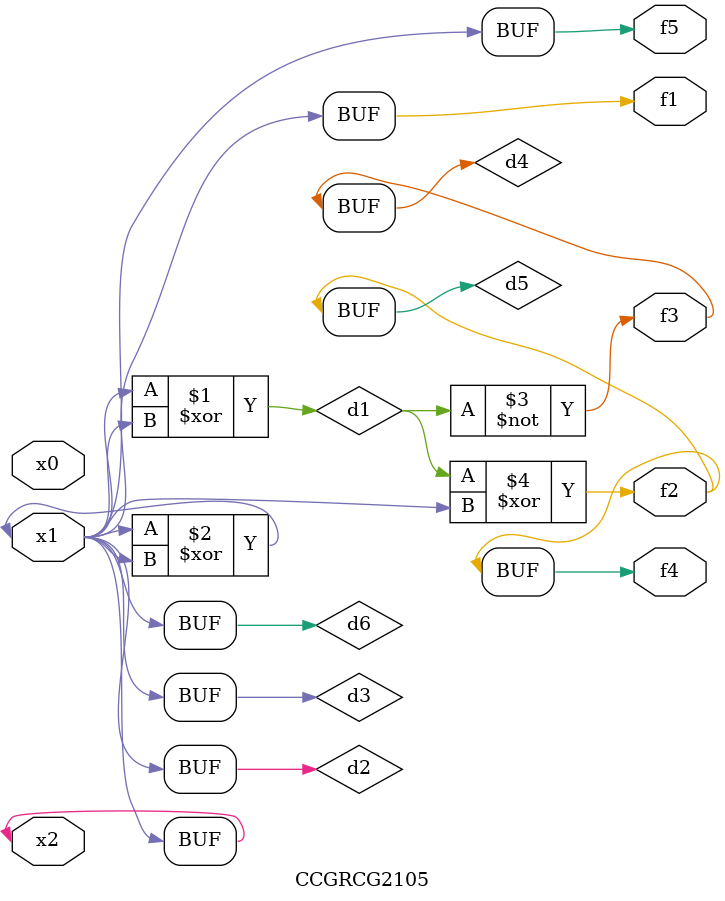
<source format=v>
module CCGRCG2105(
	input x0, x1, x2,
	output f1, f2, f3, f4, f5
);

	wire d1, d2, d3, d4, d5, d6;

	xor (d1, x1, x2);
	buf (d2, x1, x2);
	xor (d3, x1, x2);
	nor (d4, d1);
	xor (d5, d1, d2);
	buf (d6, d2, d3);
	assign f1 = d6;
	assign f2 = d5;
	assign f3 = d4;
	assign f4 = d5;
	assign f5 = d6;
endmodule

</source>
